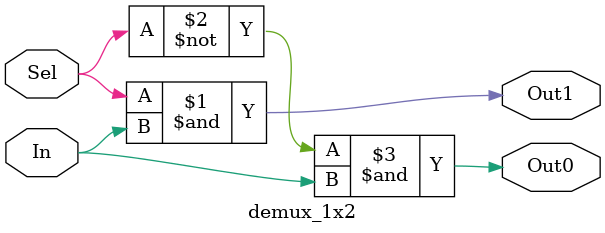
<source format=v>
`timescale 1ns / 1ps

module demux_1x2(In,Sel,Out0,Out1);
	input In,Sel;
	output Out0,Out1;
	assign { Out0 , Out1 } = { ~Sel & In , Sel & In};
endmodule

</source>
